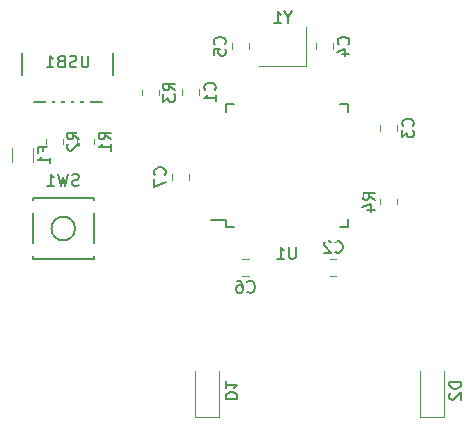
<source format=gbo>
%TF.GenerationSoftware,KiCad,Pcbnew,(5.1.8)-1*%
%TF.CreationDate,2020-12-12T02:16:41-05:00*%
%TF.ProjectId,experimental-pcb,65787065-7269-46d6-956e-74616c2d7063,rev?*%
%TF.SameCoordinates,Original*%
%TF.FileFunction,Legend,Bot*%
%TF.FilePolarity,Positive*%
%FSLAX46Y46*%
G04 Gerber Fmt 4.6, Leading zero omitted, Abs format (unit mm)*
G04 Created by KiCad (PCBNEW (5.1.8)-1) date 2020-12-12 02:16:41*
%MOMM*%
%LPD*%
G01*
G04 APERTURE LIST*
%ADD10C,0.120000*%
%ADD11C,0.150000*%
%ADD12R,1.400000X1.200000*%
%ADD13O,1.700000X2.700000*%
%ADD14R,0.500000X2.250000*%
%ADD15R,1.800000X1.100000*%
%ADD16C,1.750000*%
%ADD17R,1.905000X1.905000*%
%ADD18C,1.905000*%
%ADD19C,2.250000*%
%ADD20C,3.987800*%
%ADD21R,1.200000X0.900000*%
%ADD22R,1.500000X0.550000*%
%ADD23R,0.550000X1.500000*%
G04 APERTURE END LIST*
D10*
%TO.C,Y1*%
X140346000Y-18121000D02*
X136346000Y-18121000D01*
X140346000Y-14821000D02*
X140346000Y-18121000D01*
D11*
%TO.C,USB1*%
X116292000Y-21198000D02*
X123992000Y-21198000D01*
X123992000Y-15748000D02*
X123992000Y-21198000D01*
X116292000Y-15748000D02*
X116292000Y-21198000D01*
%TO.C,SW1*%
X120761000Y-31877000D02*
G75*
G03*
X120761000Y-31877000I-1000000J0D01*
G01*
X117161000Y-29277000D02*
X117161000Y-34477000D01*
X122361000Y-29277000D02*
X117161000Y-29277000D01*
X122361000Y-34477000D02*
X122361000Y-29277000D01*
X117161000Y-34477000D02*
X122361000Y-34477000D01*
D10*
%TO.C,R4*%
X148055000Y-29387436D02*
X148055000Y-29841564D01*
X146585000Y-29387436D02*
X146585000Y-29841564D01*
%TO.C,R3*%
X126392000Y-20570564D02*
X126392000Y-20116436D01*
X127862000Y-20570564D02*
X127862000Y-20116436D01*
%TO.C,R2*%
X119734000Y-24714564D02*
X119734000Y-24260436D01*
X118264000Y-24714564D02*
X118264000Y-24260436D01*
%TO.C,R1*%
X122401000Y-24714564D02*
X122401000Y-24260436D01*
X120931000Y-24714564D02*
X120931000Y-24260436D01*
%TO.C,F1*%
X117242000Y-26259064D02*
X117242000Y-25054936D01*
X115422000Y-26259064D02*
X115422000Y-25054936D01*
%TO.C,D2*%
X152003000Y-47843000D02*
X150003000Y-47843000D01*
X150003000Y-47843000D02*
X150003000Y-43943000D01*
X152003000Y-47843000D02*
X152003000Y-43943000D01*
%TO.C,D1*%
X132953000Y-47843000D02*
X130953000Y-47843000D01*
X130953000Y-47843000D02*
X130953000Y-43943000D01*
X132953000Y-47843000D02*
X132953000Y-43943000D01*
%TO.C,C7*%
X130402000Y-27231748D02*
X130402000Y-27754252D01*
X128932000Y-27231748D02*
X128932000Y-27754252D01*
%TO.C,C6*%
X134932748Y-34444000D02*
X135455252Y-34444000D01*
X134932748Y-35914000D02*
X135455252Y-35914000D01*
%TO.C,C5*%
X135482000Y-16187748D02*
X135482000Y-16710252D01*
X134012000Y-16187748D02*
X134012000Y-16710252D01*
%TO.C,C4*%
X141124000Y-16705252D02*
X141124000Y-16182748D01*
X142594000Y-16705252D02*
X142594000Y-16182748D01*
%TO.C,C3*%
X146585000Y-23629252D02*
X146585000Y-23106748D01*
X148055000Y-23629252D02*
X148055000Y-23106748D01*
%TO.C,C2*%
X142882252Y-35914000D02*
X142359748Y-35914000D01*
X142882252Y-34444000D02*
X142359748Y-34444000D01*
%TO.C,C1*%
X129821000Y-20581252D02*
X129821000Y-20058748D01*
X131291000Y-20581252D02*
X131291000Y-20058748D01*
D11*
%TO.C,U1*%
X133509000Y-31143000D02*
X132234000Y-31143000D01*
X143859000Y-31718000D02*
X143184000Y-31718000D01*
X143859000Y-21368000D02*
X143184000Y-21368000D01*
X133509000Y-21368000D02*
X134184000Y-21368000D01*
X133509000Y-31718000D02*
X134184000Y-31718000D01*
X133509000Y-21368000D02*
X133509000Y-22043000D01*
X143859000Y-21368000D02*
X143859000Y-22043000D01*
X143859000Y-31718000D02*
X143859000Y-31043000D01*
X133509000Y-31718000D02*
X133509000Y-31143000D01*
%TO.C,Y1*%
X138822190Y-13997190D02*
X138822190Y-14473380D01*
X139155523Y-13473380D02*
X138822190Y-13997190D01*
X138488857Y-13473380D01*
X137631714Y-14473380D02*
X138203142Y-14473380D01*
X137917428Y-14473380D02*
X137917428Y-13473380D01*
X138012666Y-13616238D01*
X138107904Y-13711476D01*
X138203142Y-13759095D01*
%TO.C,USB1*%
X121880095Y-17232380D02*
X121880095Y-18041904D01*
X121832476Y-18137142D01*
X121784857Y-18184761D01*
X121689619Y-18232380D01*
X121499142Y-18232380D01*
X121403904Y-18184761D01*
X121356285Y-18137142D01*
X121308666Y-18041904D01*
X121308666Y-17232380D01*
X120880095Y-18184761D02*
X120737238Y-18232380D01*
X120499142Y-18232380D01*
X120403904Y-18184761D01*
X120356285Y-18137142D01*
X120308666Y-18041904D01*
X120308666Y-17946666D01*
X120356285Y-17851428D01*
X120403904Y-17803809D01*
X120499142Y-17756190D01*
X120689619Y-17708571D01*
X120784857Y-17660952D01*
X120832476Y-17613333D01*
X120880095Y-17518095D01*
X120880095Y-17422857D01*
X120832476Y-17327619D01*
X120784857Y-17280000D01*
X120689619Y-17232380D01*
X120451523Y-17232380D01*
X120308666Y-17280000D01*
X119546761Y-17708571D02*
X119403904Y-17756190D01*
X119356285Y-17803809D01*
X119308666Y-17899047D01*
X119308666Y-18041904D01*
X119356285Y-18137142D01*
X119403904Y-18184761D01*
X119499142Y-18232380D01*
X119880095Y-18232380D01*
X119880095Y-17232380D01*
X119546761Y-17232380D01*
X119451523Y-17280000D01*
X119403904Y-17327619D01*
X119356285Y-17422857D01*
X119356285Y-17518095D01*
X119403904Y-17613333D01*
X119451523Y-17660952D01*
X119546761Y-17708571D01*
X119880095Y-17708571D01*
X118356285Y-18232380D02*
X118927714Y-18232380D01*
X118642000Y-18232380D02*
X118642000Y-17232380D01*
X118737238Y-17375238D01*
X118832476Y-17470476D01*
X118927714Y-17518095D01*
%TO.C,SW1*%
X121094333Y-28217761D02*
X120951476Y-28265380D01*
X120713380Y-28265380D01*
X120618142Y-28217761D01*
X120570523Y-28170142D01*
X120522904Y-28074904D01*
X120522904Y-27979666D01*
X120570523Y-27884428D01*
X120618142Y-27836809D01*
X120713380Y-27789190D01*
X120903857Y-27741571D01*
X120999095Y-27693952D01*
X121046714Y-27646333D01*
X121094333Y-27551095D01*
X121094333Y-27455857D01*
X121046714Y-27360619D01*
X120999095Y-27313000D01*
X120903857Y-27265380D01*
X120665761Y-27265380D01*
X120522904Y-27313000D01*
X120189571Y-27265380D02*
X119951476Y-28265380D01*
X119761000Y-27551095D01*
X119570523Y-28265380D01*
X119332428Y-27265380D01*
X118427666Y-28265380D02*
X118999095Y-28265380D01*
X118713380Y-28265380D02*
X118713380Y-27265380D01*
X118808619Y-27408238D01*
X118903857Y-27503476D01*
X118999095Y-27551095D01*
%TO.C,R4*%
X146122380Y-29447833D02*
X145646190Y-29114500D01*
X146122380Y-28876404D02*
X145122380Y-28876404D01*
X145122380Y-29257357D01*
X145170000Y-29352595D01*
X145217619Y-29400214D01*
X145312857Y-29447833D01*
X145455714Y-29447833D01*
X145550952Y-29400214D01*
X145598571Y-29352595D01*
X145646190Y-29257357D01*
X145646190Y-28876404D01*
X145455714Y-30304976D02*
X146122380Y-30304976D01*
X145074761Y-30066880D02*
X145789047Y-29828785D01*
X145789047Y-30447833D01*
%TO.C,R3*%
X129229380Y-20176833D02*
X128753190Y-19843500D01*
X129229380Y-19605404D02*
X128229380Y-19605404D01*
X128229380Y-19986357D01*
X128277000Y-20081595D01*
X128324619Y-20129214D01*
X128419857Y-20176833D01*
X128562714Y-20176833D01*
X128657952Y-20129214D01*
X128705571Y-20081595D01*
X128753190Y-19986357D01*
X128753190Y-19605404D01*
X128229380Y-20510166D02*
X128229380Y-21129214D01*
X128610333Y-20795880D01*
X128610333Y-20938738D01*
X128657952Y-21033976D01*
X128705571Y-21081595D01*
X128800809Y-21129214D01*
X129038904Y-21129214D01*
X129134142Y-21081595D01*
X129181761Y-21033976D01*
X129229380Y-20938738D01*
X129229380Y-20653023D01*
X129181761Y-20557785D01*
X129134142Y-20510166D01*
%TO.C,R2*%
X121101380Y-24320833D02*
X120625190Y-23987500D01*
X121101380Y-23749404D02*
X120101380Y-23749404D01*
X120101380Y-24130357D01*
X120149000Y-24225595D01*
X120196619Y-24273214D01*
X120291857Y-24320833D01*
X120434714Y-24320833D01*
X120529952Y-24273214D01*
X120577571Y-24225595D01*
X120625190Y-24130357D01*
X120625190Y-23749404D01*
X120196619Y-24701785D02*
X120149000Y-24749404D01*
X120101380Y-24844642D01*
X120101380Y-25082738D01*
X120149000Y-25177976D01*
X120196619Y-25225595D01*
X120291857Y-25273214D01*
X120387095Y-25273214D01*
X120529952Y-25225595D01*
X121101380Y-24654166D01*
X121101380Y-25273214D01*
%TO.C,R1*%
X123768380Y-24320833D02*
X123292190Y-23987500D01*
X123768380Y-23749404D02*
X122768380Y-23749404D01*
X122768380Y-24130357D01*
X122816000Y-24225595D01*
X122863619Y-24273214D01*
X122958857Y-24320833D01*
X123101714Y-24320833D01*
X123196952Y-24273214D01*
X123244571Y-24225595D01*
X123292190Y-24130357D01*
X123292190Y-23749404D01*
X123768380Y-25273214D02*
X123768380Y-24701785D01*
X123768380Y-24987500D02*
X122768380Y-24987500D01*
X122911238Y-24892261D01*
X123006476Y-24797023D01*
X123054095Y-24701785D01*
%TO.C,F1*%
X118080571Y-25323666D02*
X118080571Y-24990333D01*
X118604380Y-24990333D02*
X117604380Y-24990333D01*
X117604380Y-25466523D01*
X118604380Y-26371285D02*
X118604380Y-25799857D01*
X118604380Y-26085571D02*
X117604380Y-26085571D01*
X117747238Y-25990333D01*
X117842476Y-25895095D01*
X117890095Y-25799857D01*
%TO.C,D2*%
X153455380Y-44854904D02*
X152455380Y-44854904D01*
X152455380Y-45093000D01*
X152503000Y-45235857D01*
X152598238Y-45331095D01*
X152693476Y-45378714D01*
X152883952Y-45426333D01*
X153026809Y-45426333D01*
X153217285Y-45378714D01*
X153312523Y-45331095D01*
X153407761Y-45235857D01*
X153455380Y-45093000D01*
X153455380Y-44854904D01*
X152550619Y-45807285D02*
X152503000Y-45854904D01*
X152455380Y-45950142D01*
X152455380Y-46188238D01*
X152503000Y-46283476D01*
X152550619Y-46331095D01*
X152645857Y-46378714D01*
X152741095Y-46378714D01*
X152883952Y-46331095D01*
X153455380Y-45759666D01*
X153455380Y-46378714D01*
%TO.C,D1*%
X133500619Y-46331095D02*
X134500619Y-46331095D01*
X134500619Y-46093000D01*
X134453000Y-45950142D01*
X134357761Y-45854904D01*
X134262523Y-45807285D01*
X134072047Y-45759666D01*
X133929190Y-45759666D01*
X133738714Y-45807285D01*
X133643476Y-45854904D01*
X133548238Y-45950142D01*
X133500619Y-46093000D01*
X133500619Y-46331095D01*
X133500619Y-44807285D02*
X133500619Y-45378714D01*
X133500619Y-45093000D02*
X134500619Y-45093000D01*
X134357761Y-45188238D01*
X134262523Y-45283476D01*
X134214904Y-45378714D01*
%TO.C,C7*%
X128344142Y-27326333D02*
X128391761Y-27278714D01*
X128439380Y-27135857D01*
X128439380Y-27040619D01*
X128391761Y-26897761D01*
X128296523Y-26802523D01*
X128201285Y-26754904D01*
X128010809Y-26707285D01*
X127867952Y-26707285D01*
X127677476Y-26754904D01*
X127582238Y-26802523D01*
X127487000Y-26897761D01*
X127439380Y-27040619D01*
X127439380Y-27135857D01*
X127487000Y-27278714D01*
X127534619Y-27326333D01*
X127439380Y-27659666D02*
X127439380Y-28326333D01*
X128439380Y-27897761D01*
%TO.C,C6*%
X135360666Y-37216142D02*
X135408285Y-37263761D01*
X135551142Y-37311380D01*
X135646380Y-37311380D01*
X135789238Y-37263761D01*
X135884476Y-37168523D01*
X135932095Y-37073285D01*
X135979714Y-36882809D01*
X135979714Y-36739952D01*
X135932095Y-36549476D01*
X135884476Y-36454238D01*
X135789238Y-36359000D01*
X135646380Y-36311380D01*
X135551142Y-36311380D01*
X135408285Y-36359000D01*
X135360666Y-36406619D01*
X134503523Y-36311380D02*
X134694000Y-36311380D01*
X134789238Y-36359000D01*
X134836857Y-36406619D01*
X134932095Y-36549476D01*
X134979714Y-36739952D01*
X134979714Y-37120904D01*
X134932095Y-37216142D01*
X134884476Y-37263761D01*
X134789238Y-37311380D01*
X134598761Y-37311380D01*
X134503523Y-37263761D01*
X134455904Y-37216142D01*
X134408285Y-37120904D01*
X134408285Y-36882809D01*
X134455904Y-36787571D01*
X134503523Y-36739952D01*
X134598761Y-36692333D01*
X134789238Y-36692333D01*
X134884476Y-36739952D01*
X134932095Y-36787571D01*
X134979714Y-36882809D01*
%TO.C,C5*%
X133424142Y-16282333D02*
X133471761Y-16234714D01*
X133519380Y-16091857D01*
X133519380Y-15996619D01*
X133471761Y-15853761D01*
X133376523Y-15758523D01*
X133281285Y-15710904D01*
X133090809Y-15663285D01*
X132947952Y-15663285D01*
X132757476Y-15710904D01*
X132662238Y-15758523D01*
X132567000Y-15853761D01*
X132519380Y-15996619D01*
X132519380Y-16091857D01*
X132567000Y-16234714D01*
X132614619Y-16282333D01*
X132519380Y-17187095D02*
X132519380Y-16710904D01*
X132995571Y-16663285D01*
X132947952Y-16710904D01*
X132900333Y-16806142D01*
X132900333Y-17044238D01*
X132947952Y-17139476D01*
X132995571Y-17187095D01*
X133090809Y-17234714D01*
X133328904Y-17234714D01*
X133424142Y-17187095D01*
X133471761Y-17139476D01*
X133519380Y-17044238D01*
X133519380Y-16806142D01*
X133471761Y-16710904D01*
X133424142Y-16663285D01*
%TO.C,C4*%
X143896142Y-16277333D02*
X143943761Y-16229714D01*
X143991380Y-16086857D01*
X143991380Y-15991619D01*
X143943761Y-15848761D01*
X143848523Y-15753523D01*
X143753285Y-15705904D01*
X143562809Y-15658285D01*
X143419952Y-15658285D01*
X143229476Y-15705904D01*
X143134238Y-15753523D01*
X143039000Y-15848761D01*
X142991380Y-15991619D01*
X142991380Y-16086857D01*
X143039000Y-16229714D01*
X143086619Y-16277333D01*
X143324714Y-17134476D02*
X143991380Y-17134476D01*
X142943761Y-16896380D02*
X143658047Y-16658285D01*
X143658047Y-17277333D01*
%TO.C,C3*%
X149357142Y-23201333D02*
X149404761Y-23153714D01*
X149452380Y-23010857D01*
X149452380Y-22915619D01*
X149404761Y-22772761D01*
X149309523Y-22677523D01*
X149214285Y-22629904D01*
X149023809Y-22582285D01*
X148880952Y-22582285D01*
X148690476Y-22629904D01*
X148595238Y-22677523D01*
X148500000Y-22772761D01*
X148452380Y-22915619D01*
X148452380Y-23010857D01*
X148500000Y-23153714D01*
X148547619Y-23201333D01*
X148452380Y-23534666D02*
X148452380Y-24153714D01*
X148833333Y-23820380D01*
X148833333Y-23963238D01*
X148880952Y-24058476D01*
X148928571Y-24106095D01*
X149023809Y-24153714D01*
X149261904Y-24153714D01*
X149357142Y-24106095D01*
X149404761Y-24058476D01*
X149452380Y-23963238D01*
X149452380Y-23677523D01*
X149404761Y-23582285D01*
X149357142Y-23534666D01*
%TO.C,C2*%
X142787666Y-33856142D02*
X142835285Y-33903761D01*
X142978142Y-33951380D01*
X143073380Y-33951380D01*
X143216238Y-33903761D01*
X143311476Y-33808523D01*
X143359095Y-33713285D01*
X143406714Y-33522809D01*
X143406714Y-33379952D01*
X143359095Y-33189476D01*
X143311476Y-33094238D01*
X143216238Y-32999000D01*
X143073380Y-32951380D01*
X142978142Y-32951380D01*
X142835285Y-32999000D01*
X142787666Y-33046619D01*
X142406714Y-33046619D02*
X142359095Y-32999000D01*
X142263857Y-32951380D01*
X142025761Y-32951380D01*
X141930523Y-32999000D01*
X141882904Y-33046619D01*
X141835285Y-33141857D01*
X141835285Y-33237095D01*
X141882904Y-33379952D01*
X142454333Y-33951380D01*
X141835285Y-33951380D01*
%TO.C,C1*%
X132593142Y-20153333D02*
X132640761Y-20105714D01*
X132688380Y-19962857D01*
X132688380Y-19867619D01*
X132640761Y-19724761D01*
X132545523Y-19629523D01*
X132450285Y-19581904D01*
X132259809Y-19534285D01*
X132116952Y-19534285D01*
X131926476Y-19581904D01*
X131831238Y-19629523D01*
X131736000Y-19724761D01*
X131688380Y-19867619D01*
X131688380Y-19962857D01*
X131736000Y-20105714D01*
X131783619Y-20153333D01*
X132688380Y-21105714D02*
X132688380Y-20534285D01*
X132688380Y-20820000D02*
X131688380Y-20820000D01*
X131831238Y-20724761D01*
X131926476Y-20629523D01*
X131974095Y-20534285D01*
%TO.C,U1*%
X139445904Y-33445380D02*
X139445904Y-34254904D01*
X139398285Y-34350142D01*
X139350666Y-34397761D01*
X139255428Y-34445380D01*
X139064952Y-34445380D01*
X138969714Y-34397761D01*
X138922095Y-34350142D01*
X138874476Y-34254904D01*
X138874476Y-33445380D01*
X137874476Y-34445380D02*
X138445904Y-34445380D01*
X138160190Y-34445380D02*
X138160190Y-33445380D01*
X138255428Y-33588238D01*
X138350666Y-33683476D01*
X138445904Y-33731095D01*
%TD*%
%LPC*%
D12*
%TO.C,Y1*%
X139446000Y-17321000D03*
X137246000Y-17321000D03*
X137246000Y-15621000D03*
X139446000Y-15621000D03*
%TD*%
D13*
%TO.C,USB1*%
X116492000Y-15748000D03*
X123792000Y-15748000D03*
X123792000Y-20248000D03*
X116492000Y-20248000D03*
D14*
X118542000Y-20248000D03*
X119342000Y-20248000D03*
X120142000Y-20248000D03*
X120942000Y-20248000D03*
X121742000Y-20248000D03*
%TD*%
D15*
%TO.C,SW1*%
X116661000Y-30027000D03*
X122861000Y-33727000D03*
X116661000Y-33727000D03*
X122861000Y-30027000D03*
%TD*%
%TO.C,R4*%
G36*
G01*
X146869999Y-28189500D02*
X147770001Y-28189500D01*
G75*
G02*
X148020000Y-28439499I0J-249999D01*
G01*
X148020000Y-28964501D01*
G75*
G02*
X147770001Y-29214500I-249999J0D01*
G01*
X146869999Y-29214500D01*
G75*
G02*
X146620000Y-28964501I0J249999D01*
G01*
X146620000Y-28439499D01*
G75*
G02*
X146869999Y-28189500I249999J0D01*
G01*
G37*
G36*
G01*
X146869999Y-30014500D02*
X147770001Y-30014500D01*
G75*
G02*
X148020000Y-30264499I0J-249999D01*
G01*
X148020000Y-30789501D01*
G75*
G02*
X147770001Y-31039500I-249999J0D01*
G01*
X146869999Y-31039500D01*
G75*
G02*
X146620000Y-30789501I0J249999D01*
G01*
X146620000Y-30264499D01*
G75*
G02*
X146869999Y-30014500I249999J0D01*
G01*
G37*
%TD*%
%TO.C,R3*%
G36*
G01*
X127577001Y-21768500D02*
X126676999Y-21768500D01*
G75*
G02*
X126427000Y-21518501I0J249999D01*
G01*
X126427000Y-20993499D01*
G75*
G02*
X126676999Y-20743500I249999J0D01*
G01*
X127577001Y-20743500D01*
G75*
G02*
X127827000Y-20993499I0J-249999D01*
G01*
X127827000Y-21518501D01*
G75*
G02*
X127577001Y-21768500I-249999J0D01*
G01*
G37*
G36*
G01*
X127577001Y-19943500D02*
X126676999Y-19943500D01*
G75*
G02*
X126427000Y-19693501I0J249999D01*
G01*
X126427000Y-19168499D01*
G75*
G02*
X126676999Y-18918500I249999J0D01*
G01*
X127577001Y-18918500D01*
G75*
G02*
X127827000Y-19168499I0J-249999D01*
G01*
X127827000Y-19693501D01*
G75*
G02*
X127577001Y-19943500I-249999J0D01*
G01*
G37*
%TD*%
%TO.C,R2*%
G36*
G01*
X119449001Y-24087500D02*
X118548999Y-24087500D01*
G75*
G02*
X118299000Y-23837501I0J249999D01*
G01*
X118299000Y-23312499D01*
G75*
G02*
X118548999Y-23062500I249999J0D01*
G01*
X119449001Y-23062500D01*
G75*
G02*
X119699000Y-23312499I0J-249999D01*
G01*
X119699000Y-23837501D01*
G75*
G02*
X119449001Y-24087500I-249999J0D01*
G01*
G37*
G36*
G01*
X119449001Y-25912500D02*
X118548999Y-25912500D01*
G75*
G02*
X118299000Y-25662501I0J249999D01*
G01*
X118299000Y-25137499D01*
G75*
G02*
X118548999Y-24887500I249999J0D01*
G01*
X119449001Y-24887500D01*
G75*
G02*
X119699000Y-25137499I0J-249999D01*
G01*
X119699000Y-25662501D01*
G75*
G02*
X119449001Y-25912500I-249999J0D01*
G01*
G37*
%TD*%
%TO.C,R1*%
G36*
G01*
X122116001Y-24087500D02*
X121215999Y-24087500D01*
G75*
G02*
X120966000Y-23837501I0J249999D01*
G01*
X120966000Y-23312499D01*
G75*
G02*
X121215999Y-23062500I249999J0D01*
G01*
X122116001Y-23062500D01*
G75*
G02*
X122366000Y-23312499I0J-249999D01*
G01*
X122366000Y-23837501D01*
G75*
G02*
X122116001Y-24087500I-249999J0D01*
G01*
G37*
G36*
G01*
X122116001Y-25912500D02*
X121215999Y-25912500D01*
G75*
G02*
X120966000Y-25662501I0J249999D01*
G01*
X120966000Y-25137499D01*
G75*
G02*
X121215999Y-24887500I249999J0D01*
G01*
X122116001Y-24887500D01*
G75*
G02*
X122366000Y-25137499I0J-249999D01*
G01*
X122366000Y-25662501D01*
G75*
G02*
X122116001Y-25912500I-249999J0D01*
G01*
G37*
%TD*%
D16*
%TO.C,MX2*%
X148082000Y-47656000D03*
X137922000Y-47656000D03*
D17*
X144272000Y-52736000D03*
D18*
X141732000Y-52736000D03*
D19*
X140502000Y-43656000D03*
D20*
X143002000Y-47656000D03*
G36*
G01*
X138440688Y-45953350D02*
X138440683Y-45953345D01*
G75*
G02*
X138354655Y-44364683I751317J837345D01*
G01*
X139664657Y-42904683D01*
G75*
G02*
X141253319Y-42818655I837345J-751317D01*
G01*
X141253319Y-42818655D01*
G75*
G02*
X141339347Y-44407317I-751317J-837345D01*
G01*
X140029345Y-45867317D01*
G75*
G02*
X138440683Y-45953345I-837345J751317D01*
G01*
G37*
D19*
X145542000Y-42576000D03*
G36*
G01*
X145425483Y-44278395D02*
X145424597Y-44278334D01*
G75*
G02*
X144379666Y-43078597I77403J1122334D01*
G01*
X144419666Y-42498597D01*
G75*
G02*
X145619403Y-41453666I1122334J-77403D01*
G01*
X145619403Y-41453666D01*
G75*
G02*
X146664334Y-42653403I-77403J-1122334D01*
G01*
X146624334Y-43233403D01*
G75*
G02*
X145424597Y-44278334I-1122334J77403D01*
G01*
G37*
%TD*%
D16*
%TO.C,MX1*%
X128965000Y-47656000D03*
X118805000Y-47656000D03*
D17*
X125155000Y-52736000D03*
D18*
X122615000Y-52736000D03*
D19*
X121385000Y-43656000D03*
D20*
X123885000Y-47656000D03*
G36*
G01*
X119323688Y-45953350D02*
X119323683Y-45953345D01*
G75*
G02*
X119237655Y-44364683I751317J837345D01*
G01*
X120547657Y-42904683D01*
G75*
G02*
X122136319Y-42818655I837345J-751317D01*
G01*
X122136319Y-42818655D01*
G75*
G02*
X122222347Y-44407317I-751317J-837345D01*
G01*
X120912345Y-45867317D01*
G75*
G02*
X119323683Y-45953345I-837345J751317D01*
G01*
G37*
D19*
X126425000Y-42576000D03*
G36*
G01*
X126308483Y-44278395D02*
X126307597Y-44278334D01*
G75*
G02*
X125262666Y-43078597I77403J1122334D01*
G01*
X125302666Y-42498597D01*
G75*
G02*
X126502403Y-41453666I1122334J-77403D01*
G01*
X126502403Y-41453666D01*
G75*
G02*
X127547334Y-42653403I-77403J-1122334D01*
G01*
X127507334Y-43233403D01*
G75*
G02*
X126307597Y-44278334I-1122334J77403D01*
G01*
G37*
%TD*%
%TO.C,F1*%
G36*
G01*
X116957000Y-24882000D02*
X115707000Y-24882000D01*
G75*
G02*
X115457000Y-24632000I0J250000D01*
G01*
X115457000Y-23882000D01*
G75*
G02*
X115707000Y-23632000I250000J0D01*
G01*
X116957000Y-23632000D01*
G75*
G02*
X117207000Y-23882000I0J-250000D01*
G01*
X117207000Y-24632000D01*
G75*
G02*
X116957000Y-24882000I-250000J0D01*
G01*
G37*
G36*
G01*
X116957000Y-27682000D02*
X115707000Y-27682000D01*
G75*
G02*
X115457000Y-27432000I0J250000D01*
G01*
X115457000Y-26682000D01*
G75*
G02*
X115707000Y-26432000I250000J0D01*
G01*
X116957000Y-26432000D01*
G75*
G02*
X117207000Y-26682000I0J-250000D01*
G01*
X117207000Y-27432000D01*
G75*
G02*
X116957000Y-27682000I-250000J0D01*
G01*
G37*
%TD*%
D21*
%TO.C,D2*%
X151003000Y-43943000D03*
X151003000Y-47243000D03*
%TD*%
%TO.C,D1*%
X131953000Y-43943000D03*
X131953000Y-47243000D03*
%TD*%
%TO.C,C7*%
G36*
G01*
X129192000Y-26043000D02*
X130142000Y-26043000D01*
G75*
G02*
X130392000Y-26293000I0J-250000D01*
G01*
X130392000Y-26793000D01*
G75*
G02*
X130142000Y-27043000I-250000J0D01*
G01*
X129192000Y-27043000D01*
G75*
G02*
X128942000Y-26793000I0J250000D01*
G01*
X128942000Y-26293000D01*
G75*
G02*
X129192000Y-26043000I250000J0D01*
G01*
G37*
G36*
G01*
X129192000Y-27943000D02*
X130142000Y-27943000D01*
G75*
G02*
X130392000Y-28193000I0J-250000D01*
G01*
X130392000Y-28693000D01*
G75*
G02*
X130142000Y-28943000I-250000J0D01*
G01*
X129192000Y-28943000D01*
G75*
G02*
X128942000Y-28693000I0J250000D01*
G01*
X128942000Y-28193000D01*
G75*
G02*
X129192000Y-27943000I250000J0D01*
G01*
G37*
%TD*%
%TO.C,C6*%
G36*
G01*
X133744000Y-35654000D02*
X133744000Y-34704000D01*
G75*
G02*
X133994000Y-34454000I250000J0D01*
G01*
X134494000Y-34454000D01*
G75*
G02*
X134744000Y-34704000I0J-250000D01*
G01*
X134744000Y-35654000D01*
G75*
G02*
X134494000Y-35904000I-250000J0D01*
G01*
X133994000Y-35904000D01*
G75*
G02*
X133744000Y-35654000I0J250000D01*
G01*
G37*
G36*
G01*
X135644000Y-35654000D02*
X135644000Y-34704000D01*
G75*
G02*
X135894000Y-34454000I250000J0D01*
G01*
X136394000Y-34454000D01*
G75*
G02*
X136644000Y-34704000I0J-250000D01*
G01*
X136644000Y-35654000D01*
G75*
G02*
X136394000Y-35904000I-250000J0D01*
G01*
X135894000Y-35904000D01*
G75*
G02*
X135644000Y-35654000I0J250000D01*
G01*
G37*
%TD*%
%TO.C,C5*%
G36*
G01*
X134272000Y-14999000D02*
X135222000Y-14999000D01*
G75*
G02*
X135472000Y-15249000I0J-250000D01*
G01*
X135472000Y-15749000D01*
G75*
G02*
X135222000Y-15999000I-250000J0D01*
G01*
X134272000Y-15999000D01*
G75*
G02*
X134022000Y-15749000I0J250000D01*
G01*
X134022000Y-15249000D01*
G75*
G02*
X134272000Y-14999000I250000J0D01*
G01*
G37*
G36*
G01*
X134272000Y-16899000D02*
X135222000Y-16899000D01*
G75*
G02*
X135472000Y-17149000I0J-250000D01*
G01*
X135472000Y-17649000D01*
G75*
G02*
X135222000Y-17899000I-250000J0D01*
G01*
X134272000Y-17899000D01*
G75*
G02*
X134022000Y-17649000I0J250000D01*
G01*
X134022000Y-17149000D01*
G75*
G02*
X134272000Y-16899000I250000J0D01*
G01*
G37*
%TD*%
%TO.C,C4*%
G36*
G01*
X142334000Y-17894000D02*
X141384000Y-17894000D01*
G75*
G02*
X141134000Y-17644000I0J250000D01*
G01*
X141134000Y-17144000D01*
G75*
G02*
X141384000Y-16894000I250000J0D01*
G01*
X142334000Y-16894000D01*
G75*
G02*
X142584000Y-17144000I0J-250000D01*
G01*
X142584000Y-17644000D01*
G75*
G02*
X142334000Y-17894000I-250000J0D01*
G01*
G37*
G36*
G01*
X142334000Y-15994000D02*
X141384000Y-15994000D01*
G75*
G02*
X141134000Y-15744000I0J250000D01*
G01*
X141134000Y-15244000D01*
G75*
G02*
X141384000Y-14994000I250000J0D01*
G01*
X142334000Y-14994000D01*
G75*
G02*
X142584000Y-15244000I0J-250000D01*
G01*
X142584000Y-15744000D01*
G75*
G02*
X142334000Y-15994000I-250000J0D01*
G01*
G37*
%TD*%
%TO.C,C3*%
G36*
G01*
X147795000Y-24818000D02*
X146845000Y-24818000D01*
G75*
G02*
X146595000Y-24568000I0J250000D01*
G01*
X146595000Y-24068000D01*
G75*
G02*
X146845000Y-23818000I250000J0D01*
G01*
X147795000Y-23818000D01*
G75*
G02*
X148045000Y-24068000I0J-250000D01*
G01*
X148045000Y-24568000D01*
G75*
G02*
X147795000Y-24818000I-250000J0D01*
G01*
G37*
G36*
G01*
X147795000Y-22918000D02*
X146845000Y-22918000D01*
G75*
G02*
X146595000Y-22668000I0J250000D01*
G01*
X146595000Y-22168000D01*
G75*
G02*
X146845000Y-21918000I250000J0D01*
G01*
X147795000Y-21918000D01*
G75*
G02*
X148045000Y-22168000I0J-250000D01*
G01*
X148045000Y-22668000D01*
G75*
G02*
X147795000Y-22918000I-250000J0D01*
G01*
G37*
%TD*%
%TO.C,C2*%
G36*
G01*
X144071000Y-34704000D02*
X144071000Y-35654000D01*
G75*
G02*
X143821000Y-35904000I-250000J0D01*
G01*
X143321000Y-35904000D01*
G75*
G02*
X143071000Y-35654000I0J250000D01*
G01*
X143071000Y-34704000D01*
G75*
G02*
X143321000Y-34454000I250000J0D01*
G01*
X143821000Y-34454000D01*
G75*
G02*
X144071000Y-34704000I0J-250000D01*
G01*
G37*
G36*
G01*
X142171000Y-34704000D02*
X142171000Y-35654000D01*
G75*
G02*
X141921000Y-35904000I-250000J0D01*
G01*
X141421000Y-35904000D01*
G75*
G02*
X141171000Y-35654000I0J250000D01*
G01*
X141171000Y-34704000D01*
G75*
G02*
X141421000Y-34454000I250000J0D01*
G01*
X141921000Y-34454000D01*
G75*
G02*
X142171000Y-34704000I0J-250000D01*
G01*
G37*
%TD*%
%TO.C,C1*%
G36*
G01*
X131031000Y-21770000D02*
X130081000Y-21770000D01*
G75*
G02*
X129831000Y-21520000I0J250000D01*
G01*
X129831000Y-21020000D01*
G75*
G02*
X130081000Y-20770000I250000J0D01*
G01*
X131031000Y-20770000D01*
G75*
G02*
X131281000Y-21020000I0J-250000D01*
G01*
X131281000Y-21520000D01*
G75*
G02*
X131031000Y-21770000I-250000J0D01*
G01*
G37*
G36*
G01*
X131031000Y-19870000D02*
X130081000Y-19870000D01*
G75*
G02*
X129831000Y-19620000I0J250000D01*
G01*
X129831000Y-19120000D01*
G75*
G02*
X130081000Y-18870000I250000J0D01*
G01*
X131031000Y-18870000D01*
G75*
G02*
X131281000Y-19120000I0J-250000D01*
G01*
X131281000Y-19620000D01*
G75*
G02*
X131031000Y-19870000I-250000J0D01*
G01*
G37*
%TD*%
D22*
%TO.C,U1*%
X132984000Y-30543000D03*
X132984000Y-29743000D03*
X132984000Y-28943000D03*
X132984000Y-28143000D03*
X132984000Y-27343000D03*
X132984000Y-26543000D03*
X132984000Y-25743000D03*
X132984000Y-24943000D03*
X132984000Y-24143000D03*
X132984000Y-23343000D03*
X132984000Y-22543000D03*
D23*
X134684000Y-20843000D03*
X135484000Y-20843000D03*
X136284000Y-20843000D03*
X137084000Y-20843000D03*
X137884000Y-20843000D03*
X138684000Y-20843000D03*
X139484000Y-20843000D03*
X140284000Y-20843000D03*
X141084000Y-20843000D03*
X141884000Y-20843000D03*
X142684000Y-20843000D03*
D22*
X144384000Y-22543000D03*
X144384000Y-23343000D03*
X144384000Y-24143000D03*
X144384000Y-24943000D03*
X144384000Y-25743000D03*
X144384000Y-26543000D03*
X144384000Y-27343000D03*
X144384000Y-28143000D03*
X144384000Y-28943000D03*
X144384000Y-29743000D03*
X144384000Y-30543000D03*
D23*
X142684000Y-32243000D03*
X141884000Y-32243000D03*
X141084000Y-32243000D03*
X140284000Y-32243000D03*
X139484000Y-32243000D03*
X138684000Y-32243000D03*
X137884000Y-32243000D03*
X137084000Y-32243000D03*
X136284000Y-32243000D03*
X135484000Y-32243000D03*
X134684000Y-32243000D03*
%TD*%
M02*

</source>
